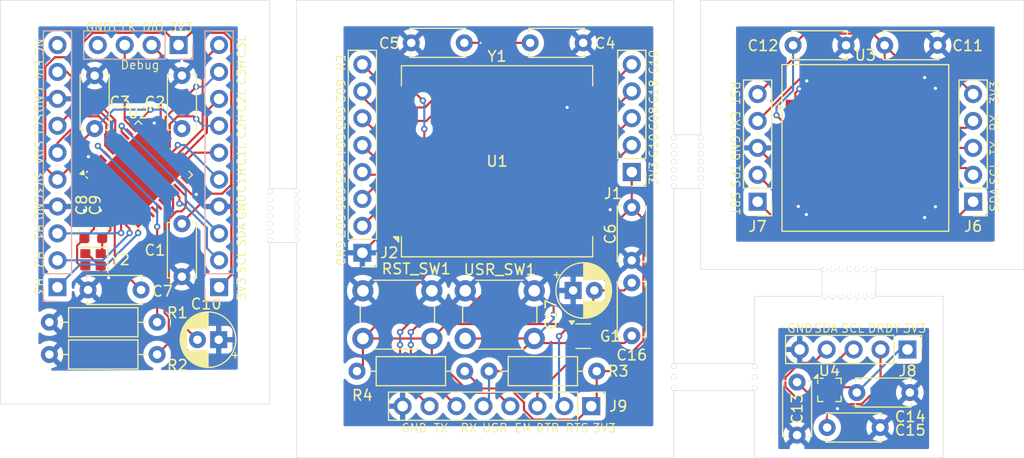
<source format=kicad_pcb>
(kicad_pcb (version 20240108) (generator "pcbnew") (generator_version "8.0")
  (title_block (title "DIY  Blackpill breakout") (date "2024-05-09") (rev "1"))
  (layers (0 "F.Cu" signal) (31 "B.Cu" signal) (34 "B.Paste" user) (35 "F.Paste" user) (36 "B.SilkS" user "B.Silkscreen") (37 "F.SilkS" user "F.Silkscreen") (38 "B.Mask" user) (39 "F.Mask" user) (44 "Edge.Cuts" user))
  (net 0 "")
  (net 1 "GND")
  (net 2 "I2C2_SDA")
  (net 3 "TIM2_CH1")
  (net 4 "EXTI4")
  (net 5 "TIM2_CH2")
  (net 6 "TIM2_CH3")
  (net 7 "I2C2_SCL")
  (net 8 "TIM1_CH3")
  (net 9 "TIM1_CH1N")
  (net 10 "TIM1_CH1")
  (net 11 "I2C1_SCL")
  (net 12 "TIM1_CH2")
  (net 13 "TIM1_CH2N")
  (net 14 "I2C1_SDA")
  (net 15 "TIM1_CH3N")
  (net 16 "/RCC_IN")
  (net 17 "/RCC_OUT")
  (net 18 "/RS")
  (net 19 "/VCAP")
  (net 20 "/SWCLK")
  (net 21 "/SWDIO")
  (net 22 "/BOOT0")
  (net 23 "/BOOT1")
  (net 45 "/GPIO1")
  (net 46 "/GPIO0")
  (net 47 "/GPIO8")
  (net 48 "/GPIO19")
  (net 49 "/GPIO10")
  (net 50 "/GPIO18")
  (net 51 "/RTS")
  (net 52 "/GPIO4")
  (net 53 "/GPIO7")
  (net 54 "/GPIO2")
  (net 55 "/GPIO6")
  (net 56 "/GPIO5")
  (net 57 "/GPIO3")
  (net 58 "/ESPEN")
  (net 60 "/TXD")
  (net 61 "/RST")
  (net 62 "/SBOOT")
  (net 63 "/TPULSE")
  (net 64 "/EXTINT")
  (net 65 "/RXD")
  (net 66 "DRDY")
  (net 70 "/SCL2")
  (net 71 "/SDA1")
  (net 72 "/SDA2")
  (net 73 "/C1")
  (net 74 "/SCL1")
  (net 75 "+3.3V1")
  (net 76 "+3.3V2")
  (net 77 "+3.3V3")
  (net 78 "+3.3V4")
  (net 79 "GND1")
  (net 80 "GND2")
  (net 81 "GND3")
  (net 82 "GND4")
  (net 83 "/DTR")
  (net 84 "/USR_Key")
  (net 85 "/TX")
  (net 86 "/RX")
  (footprint "LIB_LFXTAL062558Reel:LFXTAL062558Reel" (layer "F.Cu") (at 64.619111 21.800222)
    (property "Reference" "Y1")
    (property "Value" "LFXTAL062558Reel" (hide yes))
  )
  (footprint "Connector_PinHeader_2.54mm:PinHeader_1x05_P2.54mm_Vertical" (layer "F.Cu") (at 103.316 50.7425 -90)
    (property "Reference" "J8")
    (property "Value" "Conn_01x05" (hide yes))
  )
  (footprint "RF_Module:Heltec_HT-CT62" (layer "F.Cu") (at 64.619111 32.976222 90)
    (property "Reference" "U1")
    (property "Value" "HT-CT62" (hide yes))
  )
  (footprint "Button_Switch_THT:SW_PUSH_6mm_H4.3mm" (layer "F.Cu") (at 61.623111 45.204222)
    (property "Reference" "USR_SW1")
    (property "Value" "RESET_SW" (hide yes))
  )
  (footprint "Package_LGA:LGA-12_2x2mm_P0.5mm" (layer "F.Cu") (at 95.955 54.5525)
    (property "Reference" "U4")
    (property "Value" "LIS2MDL" (hide yes))
  )
  (footprint "Connector_PinHeader_2.54mm:PinHeader_1x08_P2.54mm_Vertical" (layer "F.Cu") (at 73.494111 56.090222 -90)
    (property "Reference" "J9")
    (property "Value" "Conn_01x08" (hide yes))
  )
  (footprint "Connector_PinHeader_2.54mm:PinHeader_1x08_P2.54mm_Vertical" (layer "F.Cu") (at 51.919111 41.612222 180)
    (property "Reference" "J2")
    (property "Value" "Conn_01x08" (hide yes))
  )
  (footprint "Resistor_THT:R_Axial_DIN0207_L6.3mm_D2.5mm_P10.16mm_Horizontal" (layer "F.Cu") (at 22.410544 48.16668)
    (property "Reference" "R1")
    (property "Value" "10k" (hide yes))
  )
  (footprint "Capacitor_THT:C_Disc_D5.0mm_W2.5mm_P5.00mm" (layer "F.Cu") (at 95.741 58.1085)
    (property "Reference" "C15")
    (property "Value" "100n" (hide yes))
  )
  (footprint "Resistor_THT:R_Axial_DIN0207_L6.3mm_D2.5mm_P10.16mm_Horizontal" (layer "F.Cu") (at 61.571111 52.788222 180)
    (property "Reference" "R4")
    (property "Value" "10k" (hide yes))
  )
  (footprint "Capacitor_THT:C_Disc_D5.0mm_W2.5mm_P5.00mm" (layer "F.Cu") (at 77.319111 37.334222 -90)
    (property "Reference" "C6")
    (property "Value" "100n")
  )
  (footprint "Capacitor_THT:CP_Radial_D5.0mm_P2.00mm" (layer "F.Cu") (at 38.372769 49.81768 180)
    (property "Reference" "C10")
    (property "Value" "2.2u")
  )
  (footprint "Capacitor_THT:C_Disc_D5.0mm_W2.5mm_P5.00mm" (layer "F.Cu") (at 101.162111 22.027222)
    (property "Reference" "C11")
    (property "Value" "100n" (hide yes))
  )
  (footprint "Resistor_THT:R_Axial_DIN0207_L6.3mm_D2.5mm_P10.16mm_Horizontal" (layer "F.Cu") (at 63.857111 52.788222)
    (property "Reference" "R3")
    (property "Value" "10k" (hide yes))
  )
  (footprint "Capacitor_THT:C_Disc_D5.0mm_W2.5mm_P5.00mm" (layer "F.Cu") (at 61.531111 21.800222 180)
    (property "Reference" "C5")
    (property "Value" "22p" (hide yes))
  )
  (footprint "Capacitor_THT:C_Disc_D5.0mm_W2.5mm_P5.00mm" (layer "F.Cu") (at 92.907 53.8255 -90)
    (property "Reference" "C13")
    (property "Value" "100n" (hide yes))
  )
  (footprint "Resistor_THT:R_Axial_DIN0207_L6.3mm_D2.5mm_P10.16mm_Horizontal" (layer "F.Cu") (at 22.410544 51.21468)
    (property "Reference" "R2")
    (property "Value" "10k")
  )
  (footprint "Crystal:Crystal_SMD_SeikoEpson_FA128-4Pin_2.0x1.6mm" (layer "F.Cu") (at 26.525344 42.27388 180)
    (property "Reference" "Y2")
    (property "Value" "Crystal_GND24" (hide yes))
  )
  (footprint "Capacitor_THT:C_Disc_D5.0mm_W2.5mm_P5.00mm" (layer "F.Cu") (at 34.907344 29.88948 90)
    (property "Reference" "C2")
    (property "Value" "100n" (hide yes))
  )
  (footprint "Package_TO_SOT_SMD:SOT-363_SC-70-6" (layer "F.Cu") (at 72.747111 49.486222)
    (property "Reference" "G1")
    (property "Value" "2N7002BKS")
  )
  (footprint "RF_GPS:ublox_SAM-M8Q" (layer "F.Cu") (at 99.344111 31.718222)
    (property "Reference" "U3")
    (property "Value" "SAM-M8Q" (hide yes))
  )
  (footprint "Connector_PinHeader_2.54mm:PinHeader_1x05_P2.54mm_Vertical" (layer "F.Cu") (at 109.504111 36.793222 180)
    (property "Reference" "J6")
    (property "Value" "Conn_01x05" (hide yes))
  )
  (footprint "Button_Switch_THT:SW_PUSH_6mm_H4.3mm" (layer "F.Cu") (at 51.971111 45.204222)
    (property "Reference" "RST_SW1")
    (property "Value" "RESET_SW" (hide yes))
  )
  (footprint "Connector_PinHeader_2.54mm:PinHeader_1x05_P2.54mm_Vertical" (layer "F.Cu") (at 77.319111 33.992222 180)
    (property "Reference" "J1")
    (property "Value" "Conn_01x08" (hide yes))
  )
  (footprint "Capacitor_THT:C_Disc_D5.0mm_W2.5mm_P5.00mm" (layer "F.Cu") (at 67.741511 21.800222)
    (property "Reference" "C4")
    (property "Value" "22p" (hide yes))
  )
  (footprint "Capacitor_THT:C_Disc_D5.0mm_W2.5mm_P5.00mm" (layer "F.Cu") (at 26.057344 45.11868)
    (property "Reference" "C7")
    (property "Value" "100n" (hide yes))
  )
  (footprint "Capacitor_SMD:C_0603_1608Metric" (layer "F.Cu") (at 27.388944 39.47988 -90)
    (property "Reference" "C9")
    (property "Value" "12p" (hide yes))
  )
  (footprint "Capacitor_SMD:C_0603_1608Metric" (layer "F.Cu") (at 25.712544 39.47988 -90)
    (property "Reference" "C8")
    (property "Value" "12p" (hide yes))
  )
  (footprint "Capacitor_THT:C_Disc_D5.0mm_W2.5mm_P5.00mm" (layer "F.Cu") (at 26.677744 29.88948 90)
    (property "Reference" "C3")
    (property "Value" "100n" (hide yes))
  )
  (footprint "Capacitor_THT:C_Disc_D5.0mm_W2.5mm_P5.00mm" (layer "F.Cu") (at 98.535 54.8065)
    (property "Reference" "C14")
    (property "Value" "100n" (hide yes))
  )
  (footprint "Capacitor_THT:C_Disc_D5.0mm_W2.5mm_P5.00mm" (layer "F.Cu") (at 34.905111 38.870222 -90)
    (property "Reference" "C1")
    (property "Value" "100n" (hide yes))
  )
  (footprint "Package_DFN_QFN:QFN-48-1EP_7x7mm_P0.5mm_EP5.6x5.6mm" (layer "F.Cu") (at 30.792544 34.253903 45)
    (property "Reference" "U2")
    (property "Value" "STM32F411CCUx" (hide yes))
  )
  (footprint "Connector_PinHeader_2.54mm:PinHeader_1x05_P2.54mm_Vertical" (layer "F.Cu") (at 89.184111 36.793222 180)
    (property "Reference" "J7")
    (property "Value" "Conn_01x05" (hide yes))
  )
  (footprint "Capacitor_THT:C_Disc_D5.0mm_W2.5mm_P5.00mm" (layer "F.Cu") (at 92.526111 22.027222)
    (property "Reference" "C12")
    (property "Value" "100n" (hide yes))
  )
  (footprint "Capacitor_THT:C_Disc_D5.0mm_W2.5mm_P5.00mm" (layer "F.Cu") (at 77.319111 49.446222 90)
    (property "Reference" "C16")
    (property "Value" "100n" (hide yes))
  )
  (footprint "Capacitor_THT:CP_Radial_D5.0mm_P2.00mm" (layer "F.Cu") (at 71.791999 45.168222)
    (property "Reference" "C17")
    (property "Value" "2.2u")
  )
  (footprint "Connector_PinHeader_2.54mm:PinHeader_1x10_P2.54mm_Vertical" (layer "B.Cu") (at 23.172544 44.86468)
    (property "Reference" "J4" (hide yes))
    (property "Value" "Left Header" (hide yes))
  )
  (footprint "Connector_PinHeader_2.54mm:PinHeader_1x04_P2.54mm_Vertical" (layer "B.Cu") (at 34.592544 22.00468 90)
    (property "Reference" "J3" (hide yes))
    (property "Value" "Debug" (hide yes))
  )
  (footprint "Connector_PinHeader_2.54mm:PinHeader_1x10_P2.54mm_Vertical" (layer "B.Cu") (at 38.412544 44.86468)
    (property "Reference" "J5" (hide yes))
    (property "Value" "Right Header" (hide yes))
  )
  (gr_line (start 17.78 55.88) (end 43.18 55.88) (stroke (width 0.05)) (layer "Edge.Cuts"))
  (gr_line (start 88.9 45.72) (end 88.9 52.07) (stroke (width 0.05)) (layer "Edge.Cuts"))
  (gr_line (start 95.25 45.72) (end 88.9 45.72) (stroke (width 0.05)) (layer "Edge.Cuts"))
  (gr_line (start 17.78 17.78) (end 17.78 55.88) (stroke (width 0.05)) (layer "Edge.Cuts"))
  (gr_line (start 87.63 54.61) (end 88.9 54.61) (stroke (width 0.05)) (layer "Edge.Cuts"))
  (gr_line (start 88.9 54.61) (end 88.9 58.42) (stroke (width 0.05)) (layer "Edge.Cuts"))
  (gr_line (start 43.18 35.56) (end 43.18 17.78) (stroke (width 0.05)) (layer "Edge.Cuts"))
  (gr_line (start 45.72 40.64) (end 45.72 60.96) (stroke (width 0.05)) (layer "Edge.Cuts"))
  (gr_line (start 106.68 48.26) (end 106.68 45.72) (stroke (width 0.05)) (layer "Edge.Cuts"))
  (gr_line (start 83.82 17.78) (end 83.82 30.48) (stroke (width 0.05)) (layer "Edge.Cuts"))
  (gr_line (start 81.28 35.56) (end 83.82 35.56) (stroke (width 0.05)) (layer "Edge.Cuts"))
  (gr_line (start 114.3 43.18) (end 114.3 17.78) (stroke (width 0.05)) (layer "Edge.Cuts"))
  (gr_line (start 81.28 60.96) (end 81.28 54.61) (stroke (width 0.05)) (layer "Edge.Cuts"))
  (gr_line (start 81.28 17.78) (end 45.72 17.78) (stroke (width 0.05)) (layer "Edge.Cuts"))
  (gr_line (start 95.25 43.18) (end 95.25 45.72) (stroke (width 0.05)) (layer "Edge.Cuts"))
  (gr_line (start 88.9 60.96) (end 106.68 60.96) (stroke (width 0.05)) (layer "Edge.Cuts"))
  (gr_line (start 45.72 35.56) (end 43.18 35.56) (stroke (width 0.05)) (layer "Edge.Cuts"))
  (gr_line (start 43.18 55.88) (end 43.18 40.64) (stroke (width 0.05)) (layer "Edge.Cuts"))
  (gr_line (start 81.28 54.61) (end 87.63 54.61) (stroke (width 0.05)) (layer "Edge.Cuts"))
  (gr_line (start 83.82 30.48) (end 81.28 30.48) (stroke (width 0.05)) (layer "Edge.Cuts"))
  (gr_line (start 83.82 35.56) (end 83.82 43.18) (stroke (width 0.05)) (layer "Edge.Cuts"))
  (gr_line (start 100.33 43.18) (end 114.3 43.18) (stroke (width 0.05)) (layer "Edge.Cuts"))
  (gr_line (start 88.9 58.42) (end 88.9 60.96) (stroke (width 0.05)) (layer "Edge.Cuts"))
  (gr_line (start 83.82 43.18) (end 95.25 43.18) (stroke (width 0.05)) (layer "Edge.Cuts"))
  (gr_line (start 106.68 60.96) (end 106.68 48.26) (stroke (width 0.05)) (layer "Edge.Cuts"))
  (gr_line (start 81.28 30.48) (end 81.28 17.78) (stroke (width 0.05)) (layer "Edge.Cuts"))
  (gr_line (start 45.72 17.78) (end 45.72 35.56) (stroke (width 0.05)) (layer "Edge.Cuts"))
  (gr_line (start 43.18 17.78) (end 17.78 17.78) (stroke (width 0.05)) (layer "Edge.Cuts"))
  (gr_line (start 100.33 45.72) (end 100.33 43.18) (stroke (width 0.05)) (layer "Edge.Cuts"))
  (gr_line (start 43.18 40.64) (end 45.72 40.64) (stroke (width 0.05)) (layer "Edge.Cuts"))
  (gr_line (start 88.9 52.07) (end 81.28 52.07) (stroke (width 0.05)) (layer "Edge.Cuts"))
  (gr_line (start 81.28 52.07) (end 81.28 35.56) (stroke (width 0.05)) (layer "Edge.Cuts"))
  (gr_line (start 106.68 45.72) (end 100.33 45.72) (stroke (width 0.05)) (layer "Edge.Cuts"))
  (gr_line (start 114.3 17.78) (end 83.82 17.78) (stroke (width 0.05)) (layer "Edge.Cuts"))
  (gr_line (start 45.72 60.96) (end 81.28 60.96) (stroke (width 0.05)) (layer "Edge.Cuts"))
  (gr_text "DIO" (at 31.095111 20.796222 0) (layer "F.SilkS") (effects (font (size 0.8 0.8) (thickness 0.1)) (justify left bottom)))
  (gr_text "G07" (at 49.379111 37.814222 270) (layer "F.SilkS") (effects (font (size 0.8 0.8) (thickness 0.1)) (justify left bottom)))
  (gr_text "SCL" (at 111.995111 35.274222 90) (layer "F.SilkS") (effects (font (size 0.8 0.8) (thickness 0.1)) (justify left bottom)))
  (gr_text "GND" (at 55.524111 58.630222 0) (layer "F.SilkS") (effects (font (size 0.8 0.8) (thickness 0.1)) (justify left bottom)))
  (gr_text "H3" (at 20.935111 43.910222 270) (layer "F.SilkS") (effects (font (size 0.8 0.8) (thickness 0.1)) (justify left bottom)))
  (gr_text "SCL" (at 20.935111 28.416222 -90) (layer "F.SilkS") (effects (font (size 0.8 0.8) (thickness 0.1)) (justify left bottom)))
  (gr_text "USR" (at 63.144111 58.630222 0) (layer "F.SilkS") (effects (font (size 0.8 0.8) (thickness 0.1)) (justify left bottom)))
  (gr_text "CLK" (at 28.301111 20.796222 0) (layer "F.SilkS") (effects (font (size 0.8 0.8) (thickness 0.1)) (justify left bottom)))
  (gr_text "SDA" (at 20.935111 30.956222 -90) (layer "F.SilkS") (effects (font (size 0.8 0.8) (thickness 0.1)) (justify left bottom)))
  (gr_text "GND" (at 91.891 49.2135 0) (layer "F.SilkS") (effects (font (size 0.8 0.8) (thickness 0.1)) (justify left bottom)))
  (gr_text "RTS" (at 71.018111 58.630222 0) (layer "F.SilkS") (effects (font (size 0.8 0.8) (thickness 0.1)) (justify left bottom)))
  (gr_text "SCL" (at 96.971 49.2135 0) (layer "F.SilkS") (effects (font (size 0.8 0.8) (thickness 0.1)) (justify left bottom)))
  (gr_text "G03" (at 49.379111 27.654222 270) (layer "F.SilkS") (effects (font (size 0.8 0.8) (thickness 0.1)) (justify left bottom)))
  (gr_text "C1L" (at 41.001111 33.496222 90) (layer "F.SilkS") (effects (font (size 0.8 0.8) (thickness 0.1)) (justify left bottom)))
  (gr_text "EI4" (at 20.935111 23.336222 270) (layer "F.SilkS") (effects (font (size 0.8 0.8) (thickness 0.1)) (justify left bottom)))
  (gr_text "3V3" (at 73.558111 58.630222 0) (layer "F.SilkS") (effects (font (size 0.8 0.8) (thickness 0.1)) (justify left bottom)))
  (gr_text "3V3" (at 111.995111 27.654222 90) (layer "F.SilkS") (effects (font (size 0.8 0.8) (thickness 0.1)) (justify left bottom)))
  (gr_text "GND" (at 49.379111 40.354222 -90) (layer "F.SilkS") (effects (font (size 0.8 0.8) (thickness 0.1)) (justify left bottom)))
  (gr_text "SCL" (at 41.001111 43.656222 90) (layer "F.SilkS") (effects (font (size 0.8 0.8) (thickness 0.1)) (justify left bottom)))
  (gr_text "G18" (at 79.859111 27.642222 90) (layer "F.SilkS") (effects (font (size 0.8 0.8) (thickness 0.1)) (justify left bottom)))
  (gr_text "EN" (at 49.379111 22.828222 -90) (layer "F.SilkS") (effects (font (size 0.8 0.8) (thickness 0.1)) (justify left bottom)))
  (gr_text "TX" (at 111.995111 32.480222 90) (layer "F.SilkS") (effects (font (size 0.8 0.8) (thickness 0.1)) (justify left bottom)))
  (gr_text "GND" (at 20.935111 25.876222 -90) (layer "F.SilkS") (effects (font (size 0.8 0.8) (thickness 0.1)) (justify left bottom)))
  (gr_text "G04" (at 49.379111 30.194222 270) (layer "F.SilkS") (effects (font (size 0.8 0.8) (thickness 0.1)) (justify left bottom)))
  (gr_text "GND" (at 25.761111 20.796222 0) (layer "F.SilkS") (effects (font (size 0.8 0.8) (thickness 0.1)) (justify left bottom)))
  (gr_text "DTR" (at 68.224111 58.630222 0) (layer "F.SilkS") (effects (font (size 0.8 0.8) (thickness 0.1)) (justify left bottom)))
  (gr_text "3V3" (at 20.935111 33.750222 -90) (layer "F.SilkS") (effects (font (size 0.8 0.8) (thickness 0.1)) (justify left bottom)))
  (gr_text "G19" (at 79.859111 24.848222 90) (layer "F.SilkS") (effects (font (size 0.8 0.8) (thickness 0.1)) (justify left bottom)))
  (gr_text "3V3" (at 33.635111 20.796222 0) (layer "F.SilkS") (effects (font (size 0.8 0.8) (thickness 0.1)) (justify left bottom)))
  (gr_text "C2L" (at 41.001111 28.416222 90) (layer "F.SilkS") (effects (font (size 0.8 0.8) (thickness 0.1)) (justify left bottom)))
  (gr_text "C1H" (at 41.001111 36.036222 90) (layer "F.SilkS") (effects (font (size 0.8 0.8) (thickness 0.1)) (justify left bottom)))
  (gr_text "G05" (at 49.379111 32.734222 270) (layer "F.SilkS") (effects (font (size 0.8 0.8) (thickness 0.1)) (justify left bottom)))
  (gr_text "3V3" (at 41.001111 46.196222 90) (layer "F.SilkS") (effects (font (size 0.8 0.8) (thickness 0.1)) (justify left bottom)))
  (gr_text "SDA" (at 41.001111 41.116222 90) (layer "F.SilkS") (effects (font (size 0.8 0.8) (thickness 0.1)) (justify left bottom)))
  (gr_text "SDA" (at 94.431 49.2135 0) (layer "F.SilkS") (effects (font (size 0.8 0.8) (thickness 0.1)) (justify left bottom)))
  (gr_text "C2H" (at 41.001111 30.956222 90) (layer "F.SilkS") (effects (font (size 0.8 0.8) (thickness 0.1)) (justify left bottom)))
  (gr_text "3V3" (at 102.813 49.2135 0) (layer "F.SilkS") (effects (font (size 0.8 0.8) (thickness 0.1)) (justify left bottom)))
  (gr_text "H2" (at 20.935111 41.370222 270) (layer "F.SilkS") (effects (font (size 0.8 0.8) (thickness 0.1)) (justify left bottom)))
  (gr_text "NC" (at 20.935111 21.304222 270) (layer "F.SilkS") (effects (font (size 0.8 0.8) (thickness 0.1)) (justify left bottom)))
  (gr_text "RX" (at 61.112111 58.630222 0) (layer "F.SilkS") (effects (font (size 0.8 0.8) (thickness 0.1)) (justify left bottom)))
  (gr_text "RST" (at 86.595111 25.368222 270) (layer "F.SilkS") (effects (font (size 0.8 0.8) (thickness 0.1)) (justify left bottom)))
  (gr_text "H1" (at 20.935111 38.830222 270) (layer "F.SilkS") (effects (font (size 0.8 0.8) (thickness 0.1)) (justify left bottom)))
  (gr_text "DRDY" (at 99.511 49.2135 0) (layer "F.SilkS") (effects (font (size 0.8 0.8) (thickness 0.1)) (justify left bottom)))
  (gr_text "Debug" (at 29.063111 24.352222 0) (layer "F.SilkS") (effects (font (size 0.8 0.8) (thickness 0.1)) (justify left bottom)))
  (gr_text "GND" (at 86.595111 30.448222 -90) (layer "F.SilkS") (effects (font (size 0.8 0.8) (thickness 0.1)) (justify left bottom)))
  (gr_text "G02" (at 49.379111 25.114222 270) (layer "F.SilkS") (effects (font (size 0.8 0.8) (thickness 0.1)) (justify left bottom)))
  (gr_text "G10" (at 79.859111 32.722222 90) (layer "F.SilkS") (effects (font (size 0.8 0.8) (thickness 0.1)) (justify left bottom)))
  (gr_text "TX" (at 58.572111 58.630222 0) (layer "F.SilkS") (effects (font (size 0.8 0.8) (thickness 0.1)) (justify left bottom)))
  (gr_text "G06" (at 49.379111 35.274222 270) (layer "F.SilkS") (effects (font (size 0.8 0.8) (thickness 0.1)) (justify left bottom)))
  (gr_text "3V3" (at 79.859111 35.262222 90) (layer "F.SilkS") (effects (font (size 0.8 0.8) (thickness 0.1)) (justify left bottom)))
  (gr_text "GND" (at 20.935111 36.036222 -90) (layer "F.SilkS") (effects (font (size 0.8 0.8) (thickness 0.1)) (justify left bottom)))
  (gr_text "RX" (at 111.995111 30.194222 90) (layer "F.SilkS") (effects (font (size 0.8 0.8) (thickness 0.1)) (justify left bottom)))
  (gr_text "SBT" (at 86.595111 35.782222 270) (layer "F.SilkS") (effects (font (size 0.8 0.8) (thickness 0.1)) (justify left bottom)))
  (gr_text "SDA" (at 111.995111 37.814222 90) (layer "F.SilkS") (effects (font (size 0.8 0.8) (thickness 0.1)) (justify left bottom)))
  (gr_text "C3L" (at 41.001111 23.336222 90) (layer "F.SilkS") (effects (font (size 0.8 0.8) (thickness 0.1)) (justify left bottom)))
  (gr_text "EXI" (at 86.595111 28.162222 270) (layer "F.SilkS") (effects (font (size 0.8 0.8) (thickness 0.1)) (justify left bottom)))
  (gr_text "G08" (at 79.859111 30.182222 90) (layer "F.SilkS") (effects (font (size 0.8 0.8) (thickness 0.1)) (justify left bottom)))
  (gr_text "C3H" (at 41.001111 25.876222 90) (layer "F.SilkS") (effects (font (size 0.8 0.8) (thickness 0.1)) (justify left bottom)))
  (gr_text "EN" (at 66.192111 58.630222 0) (layer "F.SilkS") (effects (font (size 0.8 0.8) (thickness 0.1)) (justify left bottom)))
  (gr_text "GND" (at 41.001111 38.576222 90) (layer "F.SilkS") (effects (font (size 0.8 0.8) (thickness 0.1)) (justify left bottom)))
  (gr_text "TPS" (at 86.595111 33.242222 270) (layer "F.SilkS") (effects (font (size 0.8 0.8) (thickness 0.1)) (justify left bottom)))
  (via (at 88.9 53.34) (size 0.5) (drill 0.5) (layers "F.Cu" "B.Cu") (net 0))
  (via (at 88.9 52.324) (size 0.5) (drill 0.5) (layers "F.Cu" "B.Cu") (net 0))
  (via (at 81.28 32.258) (size 0.5) (drill 0.5) (layers "F.Cu" "B.Cu") (net 0))
  (via (at 97.028 43.18) (size 0.5) (drill 0.5) (layers "F.Cu" "B.Cu") (net 0))
  (via (at 81.28 35.306) (size 0.5) (drill 0.5) (layers "F.Cu" "B.Cu") (net 0))
  (via (at 83.82 30.734) (size 0.5) (drill 0.5) (layers "F.Cu" "B.Cu") (net 0))
  (via (at 81.28 53.34) (size 0.5) (drill 0.5) (layers "F.Cu" "B.Cu") (net 0))
  (via (at 45.72 38.1) (size 0.5) (drill 0.5) (layers "F.Cu" "B.Cu") (net 0))
  (via (at 83.82 34.544) (size 0.5) (drill 0.5) (layers "F.Cu" "B.Cu") (net 0))
  (via (at 81.28 30.734) (size 0.5) (drill 0.5) (layers "F.Cu" "B.Cu") (net 0))
  (via (at 83.82 31.496) (size 0.5) (drill 0.5) (layers "F.Cu" "B.Cu") (net 0))
  (via (at 45.72 37.338) (size 0.5) (drill 0.5) (layers "F.Cu" "B.Cu") (net 0))
  (via (at 83.82 33.782) (size 0.5) (drill 0.5) (layers "F.Cu" "B.Cu") (net 0))
  (via (at 43.18 36.576) (size 0.5) (drill 0.5) (layers "F.Cu" "B.Cu") (net 0))
  (via (at 96.266 45.72) (size 0.5) (drill 0.5) (layers "F.Cu" "B.Cu") (net 0))
  (via (at 100.076 43.18) (size 0.5) (drill 0.5) (layers "F.Cu" "B.Cu") (net 0))
  (via (at 83.82 33.02) (size 0.5) (drill 0.5) (layers "F.Cu" "B.Cu") (net 0))
  (via (at 81.28 31.496) (size 0.5) (drill 0.5) (layers "F.Cu" "B.Cu") (net 0))
  (via (at 45.72 36.576) (size 0.5) (drill 0.5) (layers "F.Cu" "B.Cu") (net 0))
  (via (at 96.266 43.18) (size 0.5) (drill 0.5) (layers "F.Cu" "B.Cu") (net 0))
  (via (at 97.79 45.72) (size 0.5) (drill 0.5) (layers "F.Cu" "B.Cu") (net 0))
  (via (at 43.18 39.624) (size 0.5) (drill 0.5) (layers "F.Cu" "B.Cu") (net 0))
  (via (at 43.18 38.1) (size 0.5) (drill 0.5) (layers "F.Cu" "B.Cu") (net 0))
  (via (at 95.504 45.72) (size 0.5) (drill 0.5) (layers "F.Cu" "B.Cu") (net 0))
  (via (at 97.79 43.18) (size 0.5) (drill 0.5) (layers "F.Cu" "B.Cu") (net 0))
  (via (at 81.28 52.324) (size 0.5) (drill 0.5) (layers "F.Cu" "B.Cu") (net 0))
  (via (at 81.28 54.356) (size 0.5) (drill 0.5) (layers "F.Cu" "B.Cu") (net 0))
  (via (at 45.72 38.862) (size 0.5) (drill 0.5) (layers "F.Cu" "B.Cu") (net 0))
  (via (at 81.28 33.782) (size 0.5) (drill 0.5) (layers "F.Cu" "B.Cu") (net 0))
  (via (at 43.18 38.862) (size 0.5) (drill 0.5) (layers "F.Cu" "B.Cu") (net 0))
  (via (at 97.028 45.72) (size 0.5) (drill 0.5) (layers "F.Cu" "B.Cu") (net 0))
  (via (at 43.18 35.814) (size 0.5) (drill 0.5) (layers "F.Cu" "B.Cu") (net 0))
  (via (at 45.72 35.814) (size 0.5) (drill 0.5) (layers "F.Cu" "B.Cu") (net 0))
  (via (at 81.28 34.544) (size 0.5) (drill 0.5) (layers "F.Cu" "B.Cu") (net 0))
  (via (at 99.314 45.72) (size 0.5) (drill 0.5) (layers "F.Cu" "B.Cu") (net 0))
  (via (at 100.076 45.72) (size 0.5) (drill 0.5) (layers "F.Cu" "B.Cu") (net 0))
  (via (at 81.28 33.02) (size 0.5) (drill 0.5) (layers "F.Cu" "B.Cu") (net 0))
  (via (at 45.72 40.386) (size 0.5) (drill 0.5) (layers "F.Cu" "B.Cu") (net 0))
  (via (at 43.18 40.386) (size 0.5) (drill 0.5) (layers "F.Cu" "B.Cu") (net 0))
  (via (at 98.552 45.72) (size 0.5) (drill 0.5) (layers "F.Cu" "B.Cu") (net 0))
  (via (at 95.504 43.18) (size 0.5) (drill 0.5) (layers "F.Cu" "B.Cu") (net 0))
  (via (at 99.314 43.18) (size 0.5) (drill 0.5) (layers "F.Cu" "B.Cu") (net 0))
  (via (at 83.82 35.306) (size 0.5) (drill 0.5) (layers "F.Cu" "B.Cu") (net 0))
  (via (at 83.82 32.258) (size 0.5) (drill 0.5) (layers "F.Cu" "B.Cu") (net 0))
  (via (at 88.9 54.356) (size 0.5) (drill 0.5) (layers "F.Cu" "B.Cu") (net 0))
  (via (at 45.72 39.624) (size 0.5) (drill 0.5) (layers "F.Cu" "B.Cu") (net 0))
  (via (at 43.18 37.338) (size 0.5) (drill 0.5) (layers "F.Cu" "B.Cu") (net 0))
  (via (at 98.552 43.18) (size 0.5) (drill 0.5) (layers "F.Cu" "B.Cu") (net 0))
  (segment (start 29.219234 30.20572) (end 29.599301 30.585787) (width 0.2) (layer "F.Cu") (net 2))
  (segment (start 29.219234 29.640036) (end 29.219234 30.20572) (width 0.2) (layer "F.Cu") (net 2))
  (via (at 29.219234 29.640036) (size 0.6) (drill 0.3) (layers "F.Cu" "B.Cu") (net 2))
  (segment (start 29.219234 29.640036) (end 35.273084 35.693886) (width 0.2) (layer "B.Cu") (net 2))
  (segment (start 35.273084 35.693886) (end 35.273084 36.64522) (width 0.2) (layer "B.Cu") (net 2))
  (segment (start 35.273084 36.64522) (end 38.412544 39.78468) (width 0.2) (layer "B.Cu") (net 2))
  (segment (start 29.172544 38.348776) (end 29.172544 39.74468) (width 0.2) (layer "F.Cu") (net 3))
  (segment (start 29.599301 37.922019) (end 29.172544 38.348776) (width 0.2) (layer "F.Cu") (net 3))
  (via (at 29.172544 39.74468) (size 0.6) (drill 0.3) (layers "F.Cu" "B.Cu") (net 3))
  (segment (start 28.532544 39.78468) (end 23.172544 39.78468) (width 0.2) (layer "B.Cu") (net 3))
  (segment (start 29.172544 39.74468) (end 28.572544 39.74468) (width 0.2) (layer "B.Cu") (net 3))
  (segment (start 28.572544 39.74468) (end 28.532544 39.78468) (width 0.2) (layer "B.Cu") (net 3))
  (segment (start 29.245748 30.93934) (end 28.619234 30.312826) (width 0.2) (layer "F.Cu") (net 4))
  (segment (start 28.619234 30.312826) (end 28.619234 29.10237) (width 0.2) (layer "F.Cu") (net 4))
  (segment (start 24.061544 24.54468) (end 23.172544 24.54468) (width 0.2) (layer "F.Cu") (net 4))
  (segment (start 28.619234 29.10237) (end 24.061544 24.54468) (width 0.2) (layer "F.Cu") (net 4))
  (segment (start 29.972547 39.338249) (end 29.972547 39.74468) (width 0.2) (layer "F.Cu") (net 5))
  (segment (start 29.633324 38.999026) (end 29.972547 39.338249) (width 0.2) (layer "F.Cu") (net 5))
  (segment (start 29.952855 38.275573) (end 29.633324 38.595104) (width 0.2) (layer "F.Cu") (net 5))
  (segment (start 29.633324 38.595104) (end 29.633324 38.999026) (width 0.2) (layer "F.Cu") (net 5))
  (via (at 29.972547 39.74468) (size 0.6) (drill 0.3) (layers "F.Cu" "B.Cu") (net 5))
  (segment (start 29.972547 39.793206) (end 27.441073 42.32468) (width 0.2) (layer "B.Cu") (net 5))
  (segment (start 27.441073 42.32468) (end 23.172544 42.32468) (width 0.2) (layer "B.Cu") (net 5))
  (segment (start 29.972547 39.74468) (end 29.972547 39.793206) (width 0.2) (layer "B.Cu") (net 5))
  (segment (start 31.27868 38.629126) (end 30.812538 39.095268) (width 0.2) (layer "F.Cu") (net 6))
  (segment (start 30.306408 38.629126) (end 30.77255 39.095268) (width 0.2) (layer "F.Cu") (net 6))
  (segment (start 30.77255 39.095268) (end 30.77255 39.74468) (width 0.2) (layer "F.Cu") (net 6))
  (segment (start 30.812538 39.095268) (end 30.77255 39.095268) (width 0.2) (layer "F.Cu") (net 6))
  (via (at 30.77255 39.74468) (size 0.6) (drill 0.3) (layers "F.Cu" "B.Cu") (net 6))
  (segment (start 27.841076 42.72468) (end 25.312544 42.72468) (width 0.2) (layer "B.Cu") (net 6))
  (segment (start 25.312544 42.72468) (end 23.172544 44.86468) (width 0.2) (layer "B.Cu") (net 6))
  (segment (start 30.77255 39.74468) (end 30.77255 39.793206) (width 0.2) (layer "B.Cu") (net 6))
  (segment (start 30.77255 39.793206) (end 27.841076 42.72468) (width 0.2) (layer "B.Cu") (net 6))
  (segment (start 34.673084 36.366676) (end 34.107107 35.800699) (width 0.2) (layer "F.Cu") (net 7))
  (segment (start 34.673084 36.975859) (end 34.673084 36.366676) (width 0.2) (layer "F.Cu") (net 7))
  (via (at 34.673084 36.975859) (size 0.6) (drill 0.3) (layers "F.Cu" "B.Cu") (net 7))
  (segment (start 34.977214 36.975859) (end 37.262544 39.261189) (width 0.2) (layer "B.Cu") (net 7))
  (segment (start 37.262544 39.261189) (end 37.262544 41.17468) (width 0.2) (layer "B.Cu") (net 7))
  (segment (start 34.673084 36.975859) (end 34.977214 36.975859) (width 0.2) (layer "B.Cu") (net 7))
  (segment (start 37.262544 41.17468) (end 38.412544 42.32468) (width 0.2) (layer "B.Cu") (net 7))
  (segment (start 33.046447 31.646447) (end 33.365977 31.326917) (width 0.2) (layer "F.Cu") (net 8))
  (segment (start 36.253544 25.94168) (end 33.365977 28.829247) (width 0.2) (layer "F.Cu") (net 8))
  (segment (start 33.365977 28.829247) (end 33.365977 30.922993) (width 0.2) (layer "F.Cu") (net 8))
  (segment (start 33.365977 31.326917) (end 33.365977 30.922993) (width 0.2) (layer "F.Cu") (net 8))
  (via (at 36.253544 25.94168) (size 0.6) (drill 0.3) (layers "F.Cu" "B.Cu") (net 8))
  (segment (start 38.412544 24.54468) (end 37.015544 25.94168) (width 0.2) (layer "B.Cu") (net 8))
  (segment (start 37.015544 25.94168) (end 36.253544 25.94168) (width 0.2) (layer "B.Cu") (net 8))
  (segment (start 36.063748 32.16468) (end 38.412544 32.16468) (width 0.2) (layer "F.Cu") (net 9))
  (segment (start 34.814214 33.414214) (end 36.063748 32.16468) (width 0.2) (layer "F.Cu") (net 9))
  (segment (start 34.519274 31.587834) (end 33.753554 32.353554) (width 0.2) (layer "F.Cu") (net 10))
  (segment (start 34.519274 31.44641) (end 34.519274 31.587834) (width 0.2) (layer "F.Cu") (net 10))
  (via (at 34.519274 31.44641) (size 0.6) (drill 0.3) (layers "F.Cu" "B.Cu") (net 10))
  (segment (start 35.154274 31.44641) (end 38.412544 34.70468) (width 0.2) (layer "B.Cu") (net 10))
  (segment (start 34.519274 31.44641) (end 35.154274 31.44641) (width 0.2) (layer "B.Cu") (net 10))
  (segment (start 24.461544 28.33568) (end 23.172544 29.62468) (width 0.2) (layer "F.Cu") (net 11))
  (segment (start 28.538641 31.646447) (end 28.219111 31.326917) (width 0.2) (layer "F.Cu") (net 11))
  (segment (start 27.245265 28.33568) (end 24.461544 28.33568) (width 0.2) (layer "F.Cu") (net 11))
  (segment (start 28.219111 31.326917) (end 28.219111 29.309526) (width 0.2) (layer "F.Cu") (net 11))
  (segment (start 28.219111 29.309526) (end 27.245265 28.33568) (width 0.2) (layer "F.Cu") (net 11))
  (segment (start 36.262544 28.98968) (end 36.008544 28.73568) (width 0.2) (layer "F.Cu") (net 12))
  (segment (start 33.765977 31.634023) (end 33.4 32) (width 0.2) (layer "F.Cu") (net 12))
  (segment (start 33.765977 29.475212) (end 33.765977 31.634023) (width 0.2) (layer "F.Cu") (net 12))
  (segment (start 36.008544 28.73568) (end 34.505509 28.73568) (width 0.2) (layer "F.Cu") (net 12))
  (segment (start 34.505509 28.73568) (end 33.765977 29.475212) (width 0.2) (layer "F.Cu") (net 12))
  (via (at 36.262544 28.98968) (size 0.6) (drill 0.3) (layers "F.Cu" "B.Cu") (net 12))
  (segment (start 38.412544 29.62468) (end 36.897544 29.62468) (width 0.2) (layer "B.Cu") (net 12))
  (segment (start 36.897544 29.62468) (end 36.262544 28.98968) (width 0.2) (layer "B.Cu") (net 12))
  (segment (start 37.262544 28.23468) (end 38.412544 27.08468) (width 0.2) (layer "F.Cu") (net 13))
  (segment (start 34.46066 33.06066) (end 37.262544 30.258776) (width 0.2) (layer "F.Cu") (net 13))
  (segment (start 37.262544 30.258776) (end 37.262544 28.23468) (width 0.2) (layer "F.Cu") (net 13))
  (segment (start 27.777744 29.433845) (end 27.079579 28.73568) (width 0.2) (layer "F.Cu") (net 14))
  (segment (start 27.676862 31.491774) (end 27.676862 30.445997) (width 0.2) (layer "F.Cu") (net 14))
  (segment (start 28.185088 32) (end 27.676862 31.491774) (width 0.2) (layer "F.Cu") (net 14))
  (segment (start 25.68789 28.73568) (end 23.172544 31.251026) (width 0.2) (layer "F.Cu") (net 14))
  (segment (start 23.172544 31.251026) (end 23.172544 32.16468) (width 0.2) (layer "F.Cu") (net 14))
  (segment (start 27.676862 30.445997) (end 27.777744 30.345115) (width 0.2) (layer "F.Cu") (net 14))
  (segment (start 27.777744 30.345115) (end 27.777744 29.433845) (width 0.2) (layer "F.Cu") (net 14))
  (segment (start 27.079579 28.73568) (end 25.68789 28.73568) (width 0.2) (layer "F.Cu") (net 14))
  (segment (start 34.107107 32.707107) (end 36.862544 29.95167) (width 0.2) (layer "F.Cu") (net 15))
  (segment (start 36.862544 23.55468) (end 38.412544 22.00468) (width 0.2) (layer "F.Cu") (net 15))
  (segment (start 36.862544 29.95167) (end 36.862544 23.55468) (width 0.2) (layer "F.Cu") (net 15))
  (segment (start 26.613944 39.35348) (end 25.712544 40.25488) (width 0.2) (layer "F.Cu") (net 16))
  (segment (start 27.831534 36.154252) (end 26.613944 37.371842) (width 0.2) (layer "F.Cu") (net 16))
  (segment (start 25.025344 42.548879) (end 25.325345 42.84888) (width 0.2) (layer "F.Cu") (net 16))
  (segment (start 26.613944 37.371842) (end 26.613944 39.35348) (width 0.2) (layer "F.Cu") (net 16))
  (segment (start 25.025344 40.94208) (end 25.025344 42.548879) (width 0.2) (layer "F.Cu") (net 16))
  (segment (start 25.712544 40.25488) (end 25.025344 40.94208) (width 0.2) (layer "F.Cu") (net 16))
  (segment (start 25.325345 42.84888) (end 25.800344 42.84888) (width 0.2) (layer "F.Cu") (net 16))
  (segment (start 27.819111 37.750499) (end 28.163944 38.095332) (width 0.2) (layer "F.Cu") (net 17))
  (segment (start 28.185088 36.507806) (end 27.819111 36.873783) (width 0.2) (layer "F.Cu") (net 17))
  (segment (start 27.388944 41.56028) (end 27.250344 41.69888) (width 0.2) (layer "F.Cu") (net 17))
  (segment (start 28.163944 38.095332) (end 28.163944 39.47988) (width 0.2) (layer "F.Cu") (net 17))
  (segment (start 28.163944 39.47988) (end 27.388944 40.25488) (width 0.2) (layer "F.Cu") (net 17))
  (segment (start 27.819111 36.873783) (end 27.819111 37.750499) (width 0.2) (layer "F.Cu") (net 17))
  (segment (start 27.388944 40.25488) (end 27.388944 41.56028) (width 0.2) (layer "F.Cu") (net 17))
  (segment (start 31.057344 45.11868) (end 28.572544 42.63388) (width 0.2) (layer "F.Cu") (net 18))
  (segment (start 28.572544 42.63388) (end 28.572544 37.938246) (width 0.2) (layer "F.Cu") (net 18))
  (segment (start 28.219111 37.584813) (end 28.219111 37.180889) (width 0.2) (layer "F.Cu") (net 18))
  (segment (start 28.572544 37.938246) (end 28.219111 37.584813) (width 0.2) (layer "F.Cu") (net 18))
  (segment (start 28.219111 37.180889) (end 28.538641 36.861359) (width 0.2) (layer "F.Cu") (net 18))
  (segment (start 35.273084 37.30814) (end 34.872544 37.70868) (width 0.2) (layer "F.Cu") (net 19))
  (segment (start 34.872544 37.70868) (end 34.400909 37.70868) (width 0.2) (layer "F.Cu") (net 19))
  (segment (start 34.46066 35.447146) (end 35.273084 36.25957) (width 0.2) (layer "F.Cu") (net 19))
  (segment (start 33.672544 47.117455) (end 36.372769 49.81768) (width 0.2) (layer "F.Cu") (net 19))
  (segment (start 33.672544 38.437045) (end 33.672544 47.117455) (width 0.2) (layer "F.Cu") (net 19))
  (segment (start 35.273084 36.25957) (end 35.273084 37.30814) (width 0.2) (layer "F.Cu") (net 19))
  (segment (start 34.400909 37.70868) (end 33.672544 38.437045) (width 0.2) (layer "F.Cu") (net 19))
  (segment (start 29.512544 22.00468) (end 29.512544 29.084816) (width 0.2) (layer "F.Cu") (net 20))
  (segment (start 29.512544 29.084816) (end 30.306408 29.87868) (width 0.2) (layer "F.Cu") (net 20))
  (segment (start 32.052544 22.00468) (end 32.902544 22.85468) (width 0.2) (layer "F.Cu") (net 21))
  (segment (start 32.902544 22.85468) (end 32.902544 29.66903) (width 0.2) (layer "F.Cu") (net 21))
  (segment (start 32.902544 29.66903) (end 31.985787 30.585787) (width 0.2) (layer "F.Cu") (net 21))
  (segment (start 27.831534 32.353554) (end 27.806418 32.353554) (width 0.2) (layer "F.Cu") (net 22))
  (segment (start 32.570544 39.14968) (end 32.570544 48.16668) (width 0.2) (layer "F.Cu") (net 22))
  (segment (start 27.806418 32.353554) (end 26.982544 31.52968) (width 0.2) (layer "F.Cu") (net 22))
  (via (at 26.982544 31.52968) (size 0.6) (drill 0.3) (layers "F.Cu" "B.Cu") (net 22))
  (via (at 32.570544 39.14968) (size 0.6) (drill 0.3) (layers "F.Cu" "B.Cu") (net 22))
  (segment (start 32.570544 37.11768) (end 32.570544 39.14968) (width 0.2) (layer "B.Cu") (net 22))
  (segment (start 26.982544 31.52968) (end 32.570544 37.11768) (width 0.2) (layer "B.Cu") (net 22))
  (segment (start 33.753554 36.154252) (end 34.073084 36.473782) (width 0.2) (layer "F.Cu") (net 23))
  (segment (start 33.272544 47.28314) (end 33.670544 47.68114) (width 0.2) (layer "F.Cu") (net 23))
  (segment (start 34.073084 37.44414) (end 33.272544 38.24468) (width 0.2) (layer "F.Cu") (net 23))
  (segment (start 34.073084 36.473782) (end 34.073084 37.44414) (width 0.2) (layer "F.Cu") (net 23))
  (segment (start 33.272544 38.24468) (end 33.272544 47.28314) (width 0.2) (layer "F.Cu") (net 23))
  (segment (start 33.670544 50.11468) (end 32.570544 51.21468) (width 0.2) (layer "F.Cu") (net 23))
  (segment (start 33.670544 47.68114) (end 33.670544 50.11468) (width 0.2) (layer "F.Cu") (net 23))
  (segment (start 67.916111 21.800222) (end 67.961111 21.755222) (width 0.2) (layer "F.Cu") (net 45))
  (segment (start 57.953111 29.166222) (end 65.319111 21.800222) (width 0.2) (layer "F.Cu") (net 45))
  (segment (start 55.729111 29.166222) (end 57.953111 29.166222) (width 0.2) (layer "F.Cu") (net 45))
  (segment (start 65.319111 21.800222) (end 67.741511 21.800222) (width 0.2) (layer "F.Cu") (net 45))
  (segment (start 61.531111 21.800222) (end 63.919111 21.800222) (width 0.2) (layer "F.Cu") (net 46))
  (segment (start 57.823111 27.896222) (end 63.919111 21.800222) (width 0.2) (layer "F.Cu") (net 46))
  (segment (start 55.729111 27.896222) (end 57.823111 27.896222) (width 0.2) (layer "F.Cu") (net 46))
  (segment (start 77.319111 28.912222) (end 75.579111 30.652222) (width 0.2) (layer "F.Cu") (net 47))
  (segment (start 75.579111 30.652222) (end 75.579111 32.440966) (width 0.2) (layer "F.Cu") (net 47))
  (segment (start 75.579111 32.440966) (end 73.773855 34.246222) (width 0.2) (layer "F.Cu") (net 47))
  (segment (start 73.773855 34.246222) (end 73.509111 34.246222) (width 0.2) (layer "F.Cu") (net 47))
  (segment (start 77.319111 23.832222) (end 74.779111 26.372222) (width 0.2) (layer "F.Cu") (net 48))
  (segment (start 74.779111 30.700966) (end 74.779111 26.372222) (width 0.2) (layer "F.Cu") (net 48))
  (segment (start 73.509111 31.706222) (end 73.773855 31.706222) (width 0.2) (layer "F.Cu") (net 48))
  (segment (start 73.773855 31.706222) (end 74.779111 30.700966) (width 0.2) (layer "F.Cu") (net 48))
  (segment (start 77.319111 31.452222) (end 74.559111 34.212222) (width 0.2) (layer "F.Cu") (net 49))
  (segment (start 74.559111 34.212222) (end 74.559111 36.000966) (width 0.2) (layer "F.Cu") (net 49))
  (segment (start 73.773855 36.786222) (end 73.509111 36.786222) (width 0.2) (layer "F.Cu") (net 49))
  (segment (start 74.559111 36.000966) (end 73.773855 36.786222) (width 0.2) (layer "F.Cu") (net 49))
  (segment (start 75.179111 31.570966) (end 73.773855 32.976222) (width 0.2) (layer "F.Cu") (net 50))
  (segment (start 75.179111 28.512222) (end 75.179111 31.570966) (width 0.2) (layer "F.Cu") (net 50))
  (segment (start 77.319111 26.372222) (end 75.179111 28.512222) (width 0.2) (layer "F.Cu") (net 50))
  (segment (start 73.773855 32.976222) (end 73.509111 32.976222) (width 0.2) (layer "F.Cu") (net 50))
  (segment (start 73.697111 49.486222) (end 73.372112 49.486222) (width 0.2) (layer "F.Cu") (net 51))
  (segment (start 71.797111 48.836222) (end 71.111111 48.836222) (width 0.2) (layer "F.Cu") (net 51))
  (segment (start 72.722112 48.836222) (end 71.797111 48.836222) (width 0.2) (layer "F.Cu") (net 51))
  (segment (start 71.111111 48.836222) (end 70.461111 49.486222) (width 0.2) (layer "F.Cu") (net 51))
  (segment (start 73.372112 49.486222) (end 72.722112 48.836222) (width 0.2) (layer "F.Cu") (net 51))
  (via (at 70.461111 49.486222) (size 0.6) (drill 0.3) (layers "F.Cu" "B.Cu") (net 51))
  (segment (start 70.461111 49.486222) (end 70.461111 55.597222) (width 0.2) (layer "B.Cu") (net 51))
  (segment (start 70.461111 55.597222) (end 70.954111 56.090222) (width 0.2) (layer "B.Cu") (net 51))
  (segment (start 55.729111 32.976222) (end 53.443111 32.976222) (width 0.2) (layer "F.Cu") (net 52))
  (segment (start 53.443111 32.976222) (end 51.919111 31.452222) (width 0.2) (layer "F.Cu") (net 52))
  (segment (start 55.729111 36.786222) (end 54.205111 36.786222) (width 0.2) (layer "F.Cu") (net 53))
  (segment (start 54.205111 36.786222) (end 51.919111 39.072222) (width 0.2) (layer "F.Cu") (net 53))
  (segment (start 55.729111 30.436222) (end 55.464367 30.436222) (width 0.2) (layer "F.Cu") (net 54))
  (segment (start 55.464367 30.436222) (end 51.919111 26.890966) (width 0.2) (layer "F.Cu") (net 54))
  (segment (start 51.919111 26.890966) (end 51.919111 26.372222) (width 0.2) (layer "F.Cu") (net 54))
  (segment (start 55.729111 35.516222) (end 52.935111 35.516222) (width 0.2) (layer "F.Cu") (net 55))
  (segment (start 52.935111 35.516222) (end 51.919111 36.532222) (width 0.2) (layer "F.Cu") (net 55))
  (segment (start 52.218111 34.246222) (end 52.173111 34.201222) (width 0.2) (layer "F.Cu") (net 56))
  (segment (start 55.729111 34.246222) (end 52.173111 34.246222) (width 0.2) (layer "F.Cu") (net 56))
  (segment (start 52.173111 34.246222) (end 51.919111 33.992222) (width 0.2) (layer "F.Cu") (net 56))
  (segment (start 55.729111 31.706222) (end 54.713111 31.706222) (width 0.2) (layer "F.Cu") (net 57))
  (segment (start 54.713111 31.706222) (end 51.919111 28.912222) (width 0.2) (layer "F.Cu") (net 57))
  (segment (start 58.471111 51.243857) (end 62.047476 54.820222) (width 0.2) (layer "F.Cu") (net 58))
  (segment (start 51.971111 49.704222) (end 51.971111 52.228222) (width 0.2) (layer "F.Cu") (net 58))
  (segment (start 55.729111 26.626222) (end 56.999111 26.626222) (width 0.2) (layer "F.Cu") (net 58))
  (segment (start 73.697111 45.26311) (end 73.791999 45.168222) (width 0.2) (layer "F.Cu") (net 58))
  (segment (start 55.729111 26.626222) (end 54.713111 26.626222) (width 0.2) (layer "F.Cu") (net 58))
  (segment (start 57.761111 43.914222) (end 51.971111 49.704222) (width 0.2) (layer "F.Cu") (net 58))
  (segment (start 64.604111 54.820222) (end 65.874111 56.090222) (width 0.2) (layer "F.Cu") (net 58))
  (segment (start 54.713111 26.626222) (end 51.919111 23.832222) (width 0.2) (layer "F.Cu") (net 58))
  (segment (start 73.697111 48.836222) (end 73.697111 45.26311) (width 0.2) (layer "F.Cu") (net 58))
  (segment (start 58.471111 49.704222) (end 59.839111 48.336222) (width 0.2) (layer "F.Cu") (net 58))
  (segment (start 59.839111 48.336222) (end 73.197111 48.336222) (width 0.2) (layer "F.Cu") (net 58))
  (segment (start 76.597111 45.168222) (end 77.319111 44.446222) (width 0.2) (layer "F.Cu") (net 58))
  (segment (start 56.999111 26.626222) (end 57.621846 27.248957) (width 0.2) (layer "F.Cu") (net 58))
  (segment (start 62.047476 54.820222) (end 64.604111 54.820222) (width 0.2) (layer "F.Cu") (net 58))
  (segment (start 58.471111 49.704222) (end 58.471111 51.243857) (width 0.2) (layer "F.Cu") (net 58))
  (segment (start 57.761111 29.928222) (end 57.761111 43.914222) (width 0.2) (layer "F.Cu") (net 58))
  (segment (start 73.791999 45.168222) (end 76.597111 45.168222) (width 0.2) (layer "F.Cu") (net 58))
  (segment (start 73.197111 48.336222) (end 73.697111 48.836222) (width 0.2) (layer "F.Cu") (net 58))
  (segment (start 51.971111 52.228222) (end 51.411111 52.788222) (width 0.2) (layer "F.Cu") (net 58))
  (segment (start 51.971111 49.704222) (end 58.471111 49.704222) (width 0.2) (layer "F.Cu") (net 58))
  (via (at 57.621846 27.248957) (size 0.6) (drill 0.3) (layers "F.Cu" "B.Cu") (net 58))
  (via (at 57.761111 29.928222) (size 0.6) (drill 0.3) (layers "F.Cu" "B.Cu") (net 58))
  (segment (start 57.621846 27.248957) (end 57.761111 27.388222) (width 0.2) (layer "B.Cu") (net 58))
  (segment (start 57.761111 27.388222) (end 57.761111 29.928222) (width 0.2) (layer "B.Cu") (net 58))
  (segment (start 105.944111 31.718222) (end 109.499111 31.718222) (width 0.2) (layer "F.Cu") (net 60))
  (segment (start 109.499111 31.718222) (end 109.504111 31.713222) (width 0.2) (layer "F.Cu") (net 60))
  (segment (start 99.344111 25.118222) (end 99.344111 24.768222) (width 0.2) (layer "F.Cu") (net 61))
  (segment (start 92.412111 23.405222) (end 89.184111 26.633222) (width 0.2) (layer "F.Cu") (net 61))
  (segment (start 99.344111 24.768222) (end 97.981111 23.405222) (width 0.2) (layer "F.Cu") (net 61))
  (segment (start 97.981111 23.405222) (end 92.412111 23.405222) (width 0.2) (layer "F.Cu") (net 61))
  (segment (start 99.344111 39.418222) (end 98.555111 40.207222) (width 0.2) (layer "F.Cu") (net 62))
  (segment (start 99.344111 38.318222) (end 99.344111 39.418222) (width 0.2) (layer "F.Cu") (net 62))
  (segment (start 92.598111 40.207222) (end 89.184111 36.793222) (width 0.2) (layer "F.Cu") (net 62))
  (segment (start 98.555111 40.207222) (end 92.598111 40.207222) (width 0.2) (layer "F.Cu") (net 62))
  (segment (start 97.444111 39.418222) (end 97.055111 39.807222) (width 0.2) (layer "F.Cu") (net 63))
  (segment (start 97.055111 39.807222) (end 94.738111 39.807222) (width 0.2) (layer "F.Cu") (net 63))
  (segment (start 97.444111 38.318222) (end 97.444111 39.418222) (width 0.2) (layer "F.Cu") (net 63))
  (segment (start 94.738111 39.807222) (end 89.184111 34.253222) (width 0.2) (layer "F.Cu") (net 63))
  (segment (start 94.552111 23.805222) (end 89.184111 29.173222) (width 0.2) (layer "F.Cu") (net 64))
  (segment (start 97.444111 24.768222) (end 96.481111 23.805222) (width 0.2) (layer "F.Cu") (net 64))
  (segment (start 97.444111 25.118222) (end 97.444111 24.768222) (width 0.2) (layer "F.Cu") (net 64))
  (segment (start 96.481111 23.805222) (end 94.552111 23.805222) (width 0.2) (layer "F.Cu") (net 64))
  (segment (start 105.944111 29.818222) (end 108.859111 29.818222) (width 0.2) (layer "F.Cu") (net 65))
  (segment (start 108.859111 29.818222) (end 109.504111 29.173222) (width 0.2) (layer "F.Cu") (net 65))
  (segment (start 100.776 54.121135) (end 100.776 50.7425) (width 0.2) (layer "F.Cu") (net 66))
  (segment (start 96.7175 55.3025) (end 97.3215 55.9065) (width 0.2) (layer "F.Cu") (net 66))
  (segment (start 97.3215 55.9065) (end 98.990635 55.9065) (width 0.2) (layer "F.Cu") (net 66))
  (segment (start 98.990635 55.9065) (end 100.776 54.121135) (width 0.2) (layer "F.Cu") (net 66))
  (segment (start 95.1925 53.8025) (end 95.1925 53.34) (width 0.2) (layer "F.Cu") (net 70))
  (segment (start 97.79 50.7425) (end 98.236 50.7425) (width 0.2) (layer "F.Cu") (net 70))
  (segment (start 95.1925 53.34) (end 97.79 50.7425) (width 0.2) (layer "F.Cu") (net 70))
  (segment (start 101.244111 38.668222) (end 102.094111 39.518222) (width 0.2) (layer "F.Cu") (net 71))
  (segment (start 106.779111 39.518222) (end 109.504111 36.793222) (width 0.2) (layer "F.Cu") (net 71))
  (segment (start 101.244111 38.318222) (end 101.244111 38.668222) (width 0.2) (layer "F.Cu") (net 71))
  (segment (start 102.094111 39.518222) (end 106.779111 39.518222) (width 0.2) (layer "F.Cu") (net 71))
  (segment (start 95.1925 55.3025) (end 92.828365 55.3025) (width 0.2) (layer "F.Cu") (net 72))
  (segment (start 91.807 54.281135) (end 91.807 53.369865) (width 0.2) (layer "F.Cu") (net 72))
  (segment (start 92.828365 55.3025) (end 91.807 54.281135) (width 0.2) (layer "F.Cu") (net 72))
  (segment (start 91.807 53.369865) (end 93.169365 52.0075) (width 0.2) (layer "F.Cu") (net 72))
  (segment (start 93.169365 52.0075) (end 94.431 52.0075) (width 0.2) (layer "F.Cu") (net 72))
  (segment (start 94.431 52.0075) (end 95.696 50.7425) (width 0.2) (layer "F.Cu") (net 72))
  (segment (start 95.705 58.0725) (end 95.741 58.1085) (width 0.2) (layer "F.Cu") (net 73))
  (segment (start 95.705 55.315) (end 95.705 58.0725) (width 0.2) (layer "F.Cu") (net 73))
  (segment (start 108.869111 33.618222) (end 109.504111 34.253222) (width 0.2) (layer "F.Cu") (net 74))
  (segment (start 105.944111 33.618222) (end 108.869111 33.618222) (width 0.2) (layer "F.Cu") (net 74))
  (segment (start 22.936198 23.15468) (end 24.196198 23.15468) (width 0.2) (layer "F.Cu") (net 75))
  (segment (start 34.856544 38.80868) (end 36.853544 36.81168) (width 0.2) (layer "F.Cu") (net 75))
  (segment (start 39.562544 21.528334) (end 39.562544 34.258222) (width 0.2) (layer "F.Cu") (net 75))
  (segment (start 39.562544 35.181026) (end 38.707348 36.036222) (width 0.2) (layer "F.Cu") (net 75))
  (segment (start 22.022544 24.068334) (end 22.936198 23.15468) (width 0.2) (layer "F.Cu") (net 75))
  (segment (start 31.935544 28.10068) (end 31.27868 28.757544) (width 0.2) (layer "F.Cu") (net 75))
  (segment (start 25.493544 31.07368) (end 25.493544 32.84399) (width 0.2) (layer "F.Cu") (net 75))
  (segment (start 39.562544 34.258222) (end 39.562544 43.71468) (width 0.2) (layer "F.Cu") (net 75))
  (segment (start 39.562544 43.71468) (end 38.412544 44.86468) (width 0.2) (layer "F.Cu") (net 75))
  (segment (start 31.27868 28.757544) (end 31.27868 29.87868) (width 0.2) (layer "F.Cu") (net 75))
  (segment (start 23.172544 34.70468) (end 22.022544 33.55468) (width 0.2) (layer "F.Cu") (net 75))
  (segment (start 35.740432 34.740039) (end 35.167767 34.740039) (width 0.2) (layer "F.Cu") (net 75))
  (segment (start 26.677744 29.88948) (end 25.493544 31.07368) (width 0.2) (layer "F.Cu") (net 75))
  (segment (start 25.493544 32.38368) (end 25.493544 31.07368) (width 0.2) (layer "F.Cu") (net 75))
  (segment (start 34.592544 22.00468) (end 35.742544 20.85468) (width 0.2) (layer "F.Cu") (net 75))
  (segment (start 36.853544 36.81168) (end 36.853544 35.853151) (width 0.2) (layer "F.Cu") (net 75))
  (segment (start 36.853544 35.853151) (end 35.740432 34.740039) (width 0.2) (layer "F.Cu") (net 75))
  (segment (start 38.88889 20.85468) (end 39.562544 21.528334) (width 0.2) (layer "F.Cu") (net 75))
  (segment (start 37.629002 36.036222) (end 36.853544 36.81168) (width 0.2) (layer "F.Cu") (net 75))
  (segment (start 26.496198 20.85468) (end 25.712544 21.638334) (width 0.2) (layer "F.Cu") (net 75))
  (segment (start 23.172544 34.70468) (end 25.493544 32.38368) (width 0.2) (layer "F.Cu") (net 75))
  (segment (start 34.592544 22.00468) (end 33.442544 20.85468) (width 0.2) (layer "F.Cu") (net 75))
  (segment (start 39.562544 34.258222) (end 39.562544 35.181026) (width 0.2) (layer "F.Cu") (net 75))
  (segment (start 24.196198 23.15468) (end 25.712544 21.638334) (width 0.2) (layer "F.Cu") (net 75))
  (segment (start 33.442544 20.85468) (end 26.496198 20.85468) (width 0.2) (layer "F.Cu") (net 75))
  (segment (start 22.022544 33.55468) (end 22.022544 24.068334) (width 0.2) (layer "F.Cu") (net 75))
  (segment (start 25.493544 32.84399) (end 26.417321 33.767767) (width 0.2) (layer "F.Cu") (net 75))
  (segment (start 35.742544 20.85468) (end 38.88889 20.85468) (width 0.2) (layer "F.Cu") (net 75))
  (segment (start 38.707348 36.036222) (end 37.629002 36.036222) (width 0.2) (layer "F.Cu") (net 75))
  (via (at 31.935544 28.10068) (size 0.6) (drill 0.3) (layers "F.Cu" "B.Cu") (net 75))
  (segment (start 28.466544 28.10068) (end 31.935544 28.10068) (width 0.2) (layer "B.Cu") (net 75))
  (segment (start 33.118544 28.10068) (end 34.907344 29.88948) (width 0.2) (layer "B.Cu") (net 75))
  (segment (start 31.935544 28.10068) (end 33.118544 28.10068) (width 0.2) (layer "B.Cu") (net 75))
  (segment (start 26.677744 29.88948) (end 28.466544 28.10068) (width 0.2) (layer "B.Cu") (net 75))
  (segment (start 72.224111 57.360222) (end 73.494111 56.090222) (width 0.2) (layer "F.Cu") (net 76))
  (segment (start 77.279111 37.334222) (end 75.287111 39.326222) (width 0.2) (layer "F.Cu") (net 76))
  (segment (start 75.532746 52.788222) (end 74.017111 52.788222) (width 0.2) (layer "F.Cu") (net 76))
  (segment (start 78.419111 49.901857) (end 75.532746 52.788222) (width 0.2) (layer "F.Cu") (net 76))
  (segment (start 61.571111 52.788222) (end 63.203111 54.420222) (width 0.2) (layer "F.Cu") (net 76))
  (segment (start 75.287111 39.326222) (end 73.509111 39.326222) (width 0.2) (layer "F.Cu") (net 76))
  (segment (start 67.159111 56.461568) (end 68.057765 57.360222) (width 0.2) (layer "F.Cu") (net 76))
  (segment (start 74.017111 52.788222) (end 74.017111 55.567222) (width 0.2) (layer "F.Cu") (net 76))
  (segment (start 67.159111 55.748876) (end 67.159111 56.461568) (width 0.2) (layer "F.Cu") (net 76))
  (segment (start 77.319111 33.992222) (end 77.319111 37.334222) (width 0.2) (layer "F.Cu") (net 76))
  (segment (start 63.203111 54.420222) (end 65.830457 54.420222) (width 0.2) (layer "F.Cu") (net 76))
  (segment (start 77.319111 37.334222) (end 77.279111 37.334222) (width 0.2) (layer "F.Cu") (net 76))
  (segment (start 74.017111 55.567222) (end 73.494111 56.090222) (width 0.2) (layer "F.Cu") (net 76))
  (segment (start 78.419111 38.434222) (end 78.419111 49.901857) (width 0.2) (layer "F.Cu") (net 76))
  (segment (start 77.558111 34.246222) (end 77.573111 34.231222) (width 0.2) (layer "F.Cu") (net 76))
  (segment (start 65.830457 54.420222) (end 67.159111 55.748876) (width 0.2) (layer "F.Cu") (net 76))
  (segment (start 68.057765 57.360222) (end 72.224111 57.360222) (width 0.2) (layer "F.Cu") (net 76))
  (segment (start 77.319111 37.334222) (end 78.419111 38.434222) (width 0.2) (layer "F.Cu") (net 76))
  (segment (start 103.053111 23.918222) (end 101.162111 22.027222) (width 0.2) (layer "F.Cu") (net 77))
  (segment (start 101.344111 23.918222) (end 101.244111 24.018222) (width 0.2) (layer "F.Cu") (net 77))
  (segment (start 103.053111 23.918222) (end 101.344111 23.918222) (width 0.2) (layer "F.Cu") (net 77))
  (segment (start 101.162111 22.027222) (end 100.062111 20.927222) (width 0.2) (layer "F.Cu") (net 77))
  (segment (start 100.062111 20.927222) (end 93.626111 20.927222) (width 0.2) (layer "F.Cu") (net 77))
  (segment (start 101.162111 22.027222) (end 101.162111 25.036222) (width 0.2) (layer "F.Cu") (net 77))
  (segment (start 109.504111 26.633222) (end 106.789111 23.918222) (width 0.2) (layer "F.Cu") (net 77))
  (segment (start 106.789111 23.918222) (end 103.053111 23.918222) (width 0.2) (layer "F.Cu") (net 77))
  (segment (start 101.162111 25.036222) (end 101.244111 25.118222) (width 0.2) (layer "F.Cu") (net 77))
  (segment (start 93.626111 20.927222) (end 92.526111 22.027222) (width 0.2) (layer "F.Cu") (net 77))
  (segment (start 101.244111 24.018222) (end 101.244111 25.118222) (width 0.2) (layer "F.Cu") (net 77))
  (segment (start 92.149111 29.818222) (end 90.962111 28.631222) (width 0.2) (layer "F.Cu") (net 77))
  (segment (start 92.744111 29.818222) (end 92.149111 29.818222) (width 0.2) (layer "F.Cu") (net 77))
  (via (at 90.962111 28.631222) (size 0.6) (drill 0.3) (layers "F.Cu" "B.Cu") (net 77))
  (segment (start 90.962111 28.631222) (end 90.962111 27.869222) (width 0.2) (layer "B.Cu") (net 77))
  (segment (start 92.526111 26.305222) (end 92.526111 22.027222) (width 0.2) (layer "B.Cu") (net 77))
  (segment (start 90.962111 27.869222) (end 92.526111 26.305222) (width 0.2) (layer "B.Cu") (net 77))
  (segment (start 95.1925 54.8025) (end 95.755 54.8025) (width 0.2) (layer "F.Cu") (net 78))
  (segment (start 98.031 54.3025) (end 96.7175 54.3025) (width 0.2) (layer "F.Cu") (net 78))
  (segment (start 96.255 54.3025) (end 96.7175 54.3025) (width 0.2) (layer "F.Cu") (net 78))
  (segment (start 98.535 54.8065) (end 98.031 54.3025) (width 0.2) (layer "F.Cu") (net 78))
  (segment (start 92.907 53.8255) (end 93.884 54.8025) (width 0.2) (layer "F.Cu") (net 78))
  (segment (start 96.7175 54.3025) (end 96.7175 53.8025) (width 0.2) (layer "F.Cu") (net 78))
  (segment (start 93.884 54.8025) (end 95.1925 54.8025) (width 0.2) (layer "F.Cu") (net 78))
  (segment (start 95.755 54.8025) (end 96.255 54.3025) (width 0.2) (layer "F.Cu") (net 78))
  (segment (start 102.599 50.7425) (end 98.535 54.8065) (width 0.2) (layer "B.Cu") (net 78))
  (segment (start 103.316 50.7425) (end 102.599 50.7425) (width 0.2) (layer "B.Cu") (net 78))
  (segment (start 25.800344 41.69888) (end 25.983004 41.69888) (width 0.2) (layer "F.Cu") (net 79))
  (segment (start 25.983004 41.69888) (end 27.133004 42.84888) (width 0.2) (layer "F.Cu") (net 79))
  (segment (start 26.093544 32.736884) (end 26.093544 32.54568) (width 0.2) (layer "F.Cu") (net 79))
  (segment (start 26.770874 33.414214) (end 26.093544 32.736884) (width 0.2) (layer "F.Cu") (net 79))
  (segment (start 27.250344 42.84888) (end 27.250344 43.22748) (width 0.2) (layer "F.Cu") (net 79))
  (segment (start 32.302544 29.561922) (end 32.302544 29.37068) (width 0.2) (layer "F.Cu") (net 79))
  (segment (start 34.592544 24.57468) (end 34.907344 24.88948) (width 0.2) (layer "F.Cu") (net 79))
  (segment (start 34.814214 35.093592) (end 33.974525 34.253903) (width 0.2) (layer "F.Cu") (net 79))
  (segment (start 30.792544 31.071922) (end 30.792544 34.253903) (width 0.2) (layer "F.Cu") (net 79))
  (segment (start 28.892195 37.214913) (end 30.792544 35.314564) (width 0.2) (layer "F.Cu") (net 79))
  (segment (start 25.712544 38.70488) (end 25.712544 37.62568) (width 0.2) (layer "F.Cu") (net 79))
  (segment (start 31.632233 30.232233) (end 32.302544 29.561922) (width 0.2) (layer "F.Cu") (net 79))
  (segment (start 27.133004 42.84888) (end 27.250344 42.84888) (width 0.2) (layer "F.Cu") (net 79))
  (segment (start 33.974525 34.253903) (end 30.792544 34.253903) (width 0.2) (layer "F.Cu") (net 79))
  (segment (start 27.610563 34.253903) (end 30.792544 34.253903) (width 0.2) (layer "F.Cu") (net 79))
  (segment (start 27.250344 43.22748) (end 27.998544 43.97568) (width 0.2) (layer "F.Cu") (net 79))
  (segment (start 26.770874 33.414214) (end 27.610563 34.253903) (width 0.2) (layer "F.Cu") (net 79))
  (segment (start 31.632233 30.232233) (end 30.792544 31.071922) (width 0.2) (layer "F.Cu") (net 79))
  (segment (start 35.822302 36.10168) (end 36.253544 36.10168) (width 0.2) (layer "F.Cu") (net 79))
  (segment (start 27.388944 37.794631) (end 27.219111 37.624798) (width 0.2) (layer "F.Cu") (net 79))
  (segment (start 30.792544 35.314564) (end 30.792544 34.253903) (width 0.2) (layer "F.Cu") (net 79))
  (segment (start 27.388944 38.70488) (end 27.388944 37.794631) (width 0.2) (layer "F.Cu") (net 79))
  (segment (start 34.814214 35.093592) (end 35.822302 36.10168) (width 0.2) (layer "F.Cu") (net 79))
  (via (at 25.712544 37.62568) (size 0.6) (drill 0.3) (layers "F.Cu" "B.Cu") (net 79))
  (via (at 27.219111 37.624798) (size 0.6) (drill 0.3) (layers "F.Cu" "B.Cu") (net 79))
  (via (at 32.302544 29.37068) (size 0.6) (drill 0.3) (layers "F.Cu" "B.Cu") (net 79))
  (via (at 36.253544 36.10168) (size 0.6) (drill 0.3) (layers "F.Cu" "B.Cu") (net 79))
  (via (at 27.998544 43.97568) (size 0.6) (drill 0.3) (layers "F.Cu" "B.Cu") (net 79))
  (via (at 26.093544 32.54568) (size 0.6) (drill 0.3) (layers "F.Cu" "B.Cu") (net 79))
  (segment (start 55.464367 38.056222) (end 51.919111 41.601478) (width 0.2) (layer "F.Cu") (net 80))
  (segment (start 73.509111 38.056222) (end 74.779111 38.056222) (width 0.2) (layer "F.Cu") (net 80))
  (segment (start 51.919111 41.601478) (end 51.919111 41.612222) (width 0.2) (layer "F.Cu") (net 80))
  (segment (start 74.779111 38.056222) (end 75.287111 37.548222) (width 0.2) (layer "F.Cu") (net 80))
  (segment (start 55.729111 38.056222) (end 55.464367 38.056222) (width 0.2) (layer "F.Cu") (net 80))
  (segment (start 73.509111 27.896222) (end 71.223111 27.896222) (width 0.2) (layer "F.Cu") (net 80))
  (via (at 71.223111 27.896222) (size 0.6) (drill 0.3) (layers "F.Cu" "B.Cu") (net 80))
  (via (at 75.287111 37.548222) (size 0.6) (drill 0.3) (layers "F.Cu" "B.Cu") (net 80))
  (segment (start 91.089111 33.618222) (end 89.184111 31.713222) (width 0.2) (layer "F.Cu") (net 81))
  (segment (start 94.097641 38.318222) (end 93.782376 38.002957) (width 0.2) (layer "F.Cu") (net 81))
  (segment (start 103.144111 25.118222) (end 105.944111 27.918222) (width 0.2) (layer "F.Cu") (net 81))
  (segment (start 105.944111 27.918222) (end 105.944111 26.095222) (width 0.2) (layer "F.Cu") (net 81))
  (segment (start 105.944111 37.263222) (end 105.948111 37.267222) (width 0.2) (layer "F.Cu") (net 81))
  (segment (start 105.944111 26.095222) (end 105.948111 26.091222) (width 0.2) (layer "F.Cu") (net 81))
  (segment (start 104.897111 38.318222) (end 104.932111 38.283222) (width 0.2) (layer "F.Cu") (net 81))
  (segment (start 92.744111 27.918222) (end 92.394111 27.918222) (width 0.2) (layer "F.Cu") (net 81))
  (segment (start 105.944111 35.518222) (end 105.944111 37.263222) (width 0.2) (layer "F.Cu") (net 81))
  (segment (start 92.744111 35.518222) (end 95.544111 38.318222) (width 0.2) (layer "F.Cu") (net 81))
  (segment (start 103.144111 25.118222) (end 104.889111 25.118222) (width 0.2) (layer "F.Cu") (net 81))
  (segment (start 94.087641 25.118222) (end 93.816376 25.389487) (width 0.2) (layer "F.Cu") (net 81))
  (segment (start 103.144111 38.318222) (end 104.897111 38.318222) (width 0.2) (layer "F.Cu") (net 81))
  (segment (start 92.744111 36.964692) (end 93.020376 37.240957) (width 0.2) (layer "F.Cu") (net 81))
  (segment (start 95.544111 25.118222) (end 94.087641 25.118222) (width 0.2) (layer "F.Cu") (net 81))
  (segment (start 92.744111 35.518222) (end 92.744111 36.964692) (width 0.2) (layer "F.Cu") (net 81))
  (segment (start 92.744111 27.918222) (end 92.744111 26.519566) (width 0.2) (layer "F.Cu") (net 81))
  (segment (start 92.744111 33.618222) (end 91.089111 33.618222) (width 0.2) (layer "F.Cu") (net 81))
  (segment (start 104.889111 25.118222) (end 104.932111 25.075222) (width 0.2) (layer "F.Cu") (net 81))
  (segment (start 103.144111 38.318222) (end 105.944111 35.518222) (width 0.2) (layer "F.Cu") (net 81))
  (segment (start 92.744111 35.518222) (end 92.744111 33.618222) (width 0.2) (layer "F.Cu") (net 81))
  (segment (start 92.744111 27.918222) (end 95.544111 25.118222) (width 0.2) (layer "F.Cu") (net 81))
  (segment (start 92.744111 26.519566) (end 93.126111 26.137566) (width 0.2) (layer "F.Cu") (net 81))
  (segment (start 95.544111 38.318222) (end 94.097641 38.318222) (width 0.2) (layer "F.Cu") (net 81))
  (via (at 93.020376 37.240957) (size 0.6) (drill 0.3) (layers "F.Cu" "B.Cu") (net 81))
  (via (at 104.932111 38.283222) (size 0.6) (drill 0.3) (layers "F.Cu" "B.Cu") (net 81))
  (via (at 105.948111 26.091222) (size 0.6) (drill 0.3) (layers "F.Cu" "B.Cu") (net 81))
  (via (at 93.816376 25.389487) (size 0.6) (drill 0.3) (layers "F.Cu" "B.Cu") (net 81))
  (via (at 105.948111 37.267222) (size 0.6) (drill 0.3) (layers "F.Cu" "B.Cu") (net 81))
  (via (at 93.782376 38.002957) (size 0.6) (drill 0.3) (layers "F.Cu" "B.Cu") (net 81))
  (via (at 104.932111 25.075222) (size 0.6) (drill 0.3) (layers "F.Cu" "B.Cu") (net 81))
  (via (at 93.126111 26.137566) (size 0.6) (drill 0.3) (layers "F.Cu" "B.Cu") (net 81))
  (segment (start 96.205 54.9275) (end 96.205 55.315) (width 0.2) (layer "F.Cu") (net 82))
  (segment (start 96.7175 54.8025) (end 96.33 54.8025) (width 0.2) (layer "F.Cu") (net 82))
  (segment (start 96.33 54.8025) (end 96.205 54.9275) (width 0.2) (layer "F.Cu") (net 82))
  (segment (start 96.205 55.8135) (end 96.717 56.3255) (width 0.2) (layer "F.Cu") (net 82))
  (segment (start 96.205 55.315) (end 96.205 55.8135) (width 0.2) (layer "F.Cu") (net 82))
  (via (at 96.717 56.3255) (size 0.6) (drill 0.3) (layers "F.Cu" "B.Cu") (net 82))
  (segment (start 73.697111 50.136222) (end 76.629111 50.136222) (width 0.2) (layer "F.Cu") (net 83))
  (segment (start 76.629111 50.136222) (end 77.319111 49.446222) (width 0.2) (layer "F.Cu") (net 83))
  (segment (start 73.190567 50.136222) (end 73.697111 50.136222) (width 0.2) (layer "F.Cu") (net 83))
  (segment (start 68.414111 56.090222) (end 68.414111 54.912678) (width 0.2) (layer "F.Cu") (net 83))
  (segment (start 72.540567 49.486222) (end 73.190567 50.136222) (width 0.2) (layer "F.Cu") (net 83))
  (segment (start 68.414111 54.912678) (end 68.506567 54.820222) (width 0.2) (layer "F.Cu") (net 83))
  (segment (start 73.190567 50.136222) (end 69.776567 53.550222) (width 0.2) (layer "F.Cu") (net 83))
  (segment (start 71.797111 49.486222) (end 72.540567 49.486222) (width 0.2) (layer "F.Cu") (net 83))
  (segment (start 69.776567 53.550222) (end 68.506567 54.820222) (width 0.2) (layer "F.Cu") (net 83))
  (segment (start 72.759111 35.516222) (end 73.509111 35.516222) (width 0.2) (layer "F.Cu") (net 84))
  (segment (start 68.555111 50.136222) (end 68.123111 49.704222) (width 0.2) (layer "F.Cu") (net 84))
  (segment (start 71.797111 50.136222) (end 68.555111 50.136222) (width 0.2) (layer "F.Cu") (net 84))
  (segment (start 69.953111 47.454222) (end 69.953111 38.322222) (width 0.2) (layer "F.Cu") (net 84))
  (segment (start 65.039111 52.788222) (end 68.123111 49.704222) (width 0.2) (layer "F.Cu") (net 84))
  (segment (start 63.857111 52.788222) (end 65.039111 52.788222) (width 0.2) (layer "F.Cu") (net 84))
  (segment (start 61.623111 49.704222) (end 68.123111 49.704222) (width 0.2) (layer "F.Cu") (net 84))
  (segment (start 69.953111 38.322222) (end 72.759111 35.516222) (width 0.2) (layer "F.Cu") (net 84))
  (via (at 69.953111 47.454222) (size 0.6) (drill 0.3) (layers "F.Cu" "B.Cu") (net 84))
  (segment (start 68.123111 49.704222) (end 69.953111 47.874222) (width 0.2) (layer "B.Cu") (net 84))
  (segment (start 63.857111 55.567222) (end 63.334111 56.090222) (width 0.2) (layer "B.Cu") (net 84))
  (segment (start 69.953111 47.874222) (end 69.953111 47.454222) (width 0.2) (layer "B.Cu") (net 84))
  (segment (start 63.857111 52.788222) (end 63.857111 55.567222) (width 0.2) (layer "B.Cu") (net 84))
  (segment (start 58.254111 56.090222) (end 55.475111 53.311222) (width 0.2) (layer "F.Cu") (net 85))
  (segment (start 61.825111 46.946222) (end 64.111111 44.660222) (width 0.2) (layer "F.Cu") (net 85))
  (segment (start 64.111111 37.814222) (end 64.111111 44.660222) (width 0.2) (layer "F.Cu") (net 85))
  (segment (start 72.759111 29.166222) (end 64.111111 37.814222) (width 0.2) (layer "F.Cu") (net 85))
  (segment (start 55.475111 53.311222) (end 55.475111 50.304222) (width 0.2) (layer "F.Cu") (net 85))
  (segment (start 55.475111 49.104222) (end 57.633111 46.946222) (width 0.2) (layer "F.Cu") (net 85))
  (segment (start 57.633111 46.946222) (end 61.825111 46.946222) (width 0.2) (layer "F.Cu") (net 85))
  (segment (start 73.509111 29.166222) (end 72.759111 29.166222) (width 0.2) (layer "F.Cu") (net 85))
  (via (at 55.475111 49.104222) (size 0.6) (drill 0.3) (layers "F.Cu" "B.Cu") (net 85))
  (via (at 55.475111 50.304222) (size 0.6) (drill 0.3) (layers "F.Cu" "B.Cu") (net 85))
  (segment (start 55.475111 50.304222) (end 55.475111 49.104222) (width 0.2) (layer "B.Cu") (net 85))
  (segment (start 56.491111 51.787222) (end 56.491111 50.756222) (width 0.2) (layer "F.Cu") (net 86))
  (segment (start 62.079111 47.454222) (end 64.619111 44.914222) (width 0.2) (layer "F.Cu") (net 86))
  (segment (start 64.619111 39.061478) (end 64.619111 44.914222) (width 0.2) (layer "F.Cu") (net 86))
  (segment (start 60.794111 56.090222) (end 56.491111 51.787222) (width 0.2) (layer "F.Cu") (net 86))
  (segment (start 56.491111 50.756222) (end 56.491111 50.304222) (width 0.2) (layer "F.Cu") (net 86))
  (segment (start 73.244367 30.436222) (end 64.619111 39.061478) (width 0.2) (layer "F.Cu") (net 86))
  (segment (start 56.491111 49.104222) (end 58.141111 47.454222) (width 0.2) (layer "F.Cu") (net 86))
  (segment (start 73.509111 30.436222) (end 73.244367 30.436222) (width 0.2) (layer "F.Cu") (net 86))
  (segment (start 58.141111 47.454222) (end 62.079111 47.454222) (width 0.2) (layer "F.Cu") (net 86))
  (via (at 56.491111 50.304222) (size 0.6) (drill 0.3) (layers "F.Cu" "B.Cu") (net 86))
  (via (at 56.491111 49.104222) (size 0.6) (drill 0.3) (layers "F.Cu" "B.Cu") (net 86))
  (segment (start 56.491111 50.304222) (end 56.491111 49.104222) (width 0.2) (layer "B.Cu") (net 86))
  (zone (net 82) (net_name "GND4") (layer "B.Cu") (priority 4) (connect_pads (clearance 0.5)) (min_thickness 0.25) (fill yes (thermal_gap 0.5) (thermal_bridge_width 0.5))
    (polygon (pts (xy 91.129 48.7105) (xy 91.129 60.1405) (xy 105.353 60.1405) (xy 105.353 48.7105)))
  )
  (zone (net 80) (net_name "GND2") (layer "B.Cu") (priority 1) (connect_pads (clearance 0.5)) (min_thickness 0.25) (fill yes (thermal_gap 0.5) (thermal_bridge_width 0.5))
    (polygon (pts (xy 79.351111 20.231222) (xy 50.141111 20.231222) (xy 50.141111 57.981222) (xy 79.351111 57.981222)))
  )
  (zone (net 81) (net_name "GND3") (layer "B.Cu") (priority 3) (connect_pads (clearance 0.5)) (min_thickness 0.25) (fill yes (thermal_gap 0.5) (thermal_bridge_width 0.5))
    (polygon (pts (xy 87.152111 20.249222) (xy 87.152111 40.569222) (xy 111.536111 40.569222) (xy 111.536111 20.249222)))
  )
  (zone (net 79) (net_name "GND1") (layer "B.Cu") (connect_pads (clearance 0.5)) (min_thickness 0.25) (fill yes (thermal_gap 0.5) (thermal_bridge_width 0.5))
    (polygon (pts (xy 21.372544 20.24468) (xy 21.372544 52.74468) (xy 40.172544 52.64468) (xy 40.172544 20.24468)))
  )
)
</source>
